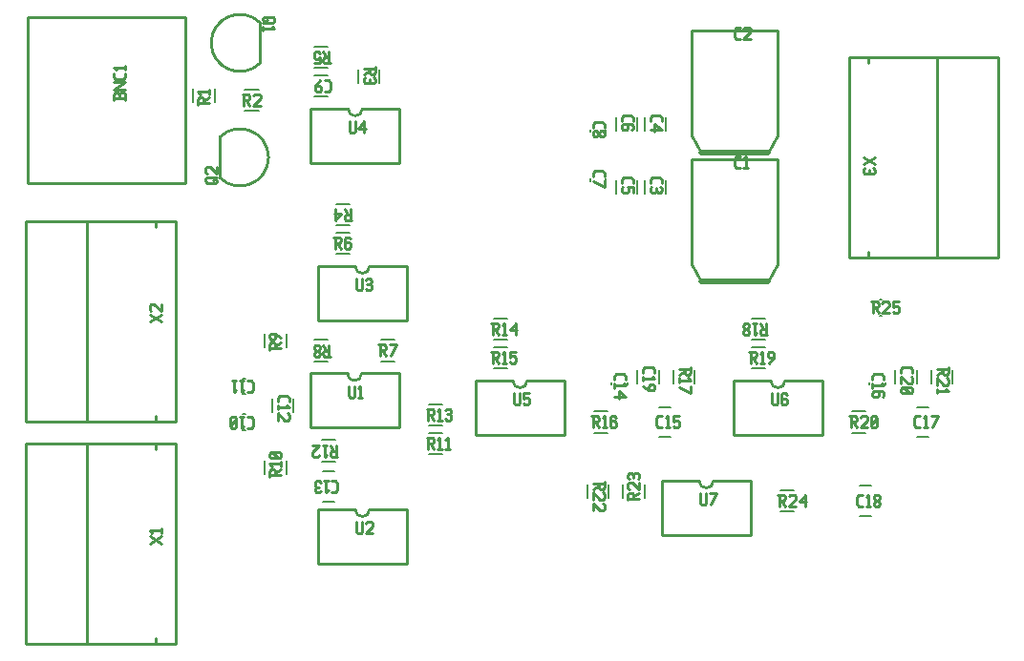
<source format=gbr>
G04 start of page 10 for group -4079 idx -4079 *
G04 Title: (unknown), topsilk *
G04 Creator: pcb 1.99z *
G04 CreationDate: Tue 15 Oct 2013 04:12:06 PM GMT UTC *
G04 For: commonadmin *
G04 Format: Gerber/RS-274X *
G04 PCB-Dimensions: 600000 500000 *
G04 PCB-Coordinate-Origin: lower left *
%MOIN*%
%FSLAX25Y25*%
%LNTOPSILK*%
%ADD76C,0.0200*%
%ADD75C,0.0100*%
%ADD74C,0.0080*%
G54D74*X194233Y136240D02*X198957D01*
X194233Y128760D02*X198957D01*
G54D75*X172250Y162000D02*Y143000D01*
X203250D01*
Y162000D01*
X172250D02*X185250D01*
X203250D02*X190250D01*
X185250D02*G75*G03X190250Y162000I2500J0D01*G01*
G54D74*X178543Y173740D02*X183267D01*
X178543Y166260D02*X183267D01*
G54D75*X92500Y177500D02*X122500D01*
X92500Y107500D02*X122500D01*
X91600Y177500D02*Y107500D01*
X115600Y177500D02*Y175500D01*
Y109500D02*Y107500D01*
X122500Y177500D02*Y107500D01*
X70300D02*X92600D01*
X70300Y177500D02*X92600D01*
X70300D02*Y107500D01*
X71000Y191000D02*X126000D01*
X71000Y249000D02*Y191000D01*
Y249000D02*X126000D01*
Y191000D01*
G54D74*X153760Y138267D02*Y133543D01*
X161240Y138267D02*Y133543D01*
X178543Y176260D02*X183267D01*
X178543Y183740D02*X183267D01*
X171043Y221260D02*X175767D01*
X171043Y228740D02*X175767D01*
X171043Y231260D02*X175767D01*
X171043Y238740D02*X175767D01*
G54D75*X169750Y217000D02*Y198000D01*
X200750D01*
Y217000D01*
X169750D02*X182750D01*
X200750D02*X187750D01*
X182750D02*G75*G03X187750Y217000I2500J0D01*G01*
G54D74*X193740Y230767D02*Y226043D01*
X186260Y230767D02*Y226043D01*
X146733Y223740D02*X151457D01*
X146733Y216260D02*X151457D01*
X128760Y223957D02*Y219233D01*
X136240Y223957D02*Y219233D01*
G54D75*X138000Y207000D02*Y193000D01*
X137929Y192929D02*G75*G03X137929Y207071I7071J7071D01*G01*
X152000Y247000D02*Y233000D01*
X152071Y247071D02*G75*G03X152071Y232929I-7071J-7071D01*G01*
G54D74*X163740Y115767D02*Y111043D01*
X156260Y115767D02*Y111043D01*
X171043Y128760D02*X175767D01*
X171043Y136240D02*X175767D01*
X146064Y117245D02*X146850D01*
X146064Y122755D02*X146850D01*
X146064Y104745D02*X146850D01*
X146064Y110255D02*X146850D01*
G54D75*X169500Y124500D02*Y105500D01*
X200500D01*
Y124500D01*
X169500D02*X182500D01*
X200500D02*X187500D01*
X182500D02*G75*G03X187500Y124500I2500J0D01*G01*
X92500Y100000D02*X122500D01*
X92500Y30000D02*X122500D01*
X91600Y100000D02*Y30000D01*
X115600Y100000D02*Y98000D01*
Y32000D02*Y30000D01*
X122500Y100000D02*Y30000D01*
X70300D02*X92600D01*
X70300Y100000D02*X92600D01*
X70300D02*Y30000D01*
G54D74*X153760Y93957D02*Y89233D01*
X161240Y93957D02*Y89233D01*
G54D75*X172250Y77000D02*Y58000D01*
X203250D01*
Y77000D01*
X172250D02*X185250D01*
X203250D02*X190250D01*
X185250D02*G75*G03X190250Y77000I2500J0D01*G01*
G54D74*X173543Y93760D02*X178267D01*
X173543Y101240D02*X178267D01*
X173937Y79686D02*X177873D01*
X173937Y90314D02*X177873D01*
X211043Y103740D02*X215767D01*
X211043Y96260D02*X215767D01*
X211043Y113740D02*X215767D01*
X211043Y106260D02*X215767D01*
G54D75*X227250Y122000D02*Y103000D01*
X258250D01*
Y122000D01*
X227250D02*X240250D01*
X258250D02*X245250D01*
X240250D02*G75*G03X245250Y122000I2500J0D01*G01*
G54D74*X233543Y143740D02*X238267D01*
X233543Y136260D02*X238267D01*
X233543Y133740D02*X238267D01*
X233543Y126260D02*X238267D01*
X273740Y85767D02*Y81043D01*
X266260Y85767D02*Y81043D01*
X278760Y85767D02*Y81043D01*
X286240Y85767D02*Y81043D01*
X291437Y112814D02*X295373D01*
X291437Y102186D02*X295373D01*
X291240Y125767D02*Y121043D01*
X283760Y125767D02*Y121043D01*
G54D75*X292250Y87000D02*Y68000D01*
X323250D01*
Y87000D01*
X292250D02*X305250D01*
X323250D02*X310250D01*
X305250D02*G75*G03X310250Y87000I2500J0D01*G01*
G54D74*X333543Y83740D02*X338267D01*
X333543Y76260D02*X338267D01*
X361437Y85314D02*X365373D01*
X361437Y74686D02*X365373D01*
X268543Y111240D02*X273267D01*
X268543Y103760D02*X273267D01*
X323543Y133740D02*X328267D01*
X323543Y126260D02*X328267D01*
X323543Y136260D02*X328267D01*
X323543Y143740D02*X328267D01*
X280255Y121436D02*Y120650D01*
X274745Y121436D02*Y120650D01*
X303740Y125767D02*Y121043D01*
X296260Y125767D02*Y121043D01*
G54D75*X317250Y122000D02*Y103000D01*
X348250D01*
Y122000D01*
X317250D02*X330250D01*
X348250D02*X335250D01*
X330250D02*G75*G03X335250Y122000I2500J0D01*G01*
G54D74*X358543Y111240D02*X363267D01*
X358543Y103760D02*X363267D01*
X370255Y121436D02*Y120650D01*
X364745Y121436D02*Y120650D01*
X393740Y125767D02*Y121043D01*
X386260Y125767D02*Y121043D01*
X381437Y112814D02*X385373D01*
X381437Y102186D02*X385373D01*
X368150Y150255D02*X368936D01*
X368150Y144745D02*X368936D01*
X381240Y125767D02*Y121043D01*
X373760Y125767D02*Y121043D01*
G54D75*X357500Y165000D02*X387500D01*
X357500Y235000D02*X387500D01*
X388400D02*Y165000D01*
X364400Y167000D02*Y165000D01*
Y235000D02*Y233000D01*
X357500Y235000D02*Y165000D01*
X387400Y235000D02*X409700D01*
X387400Y165000D02*X409700D01*
Y235000D02*Y165000D01*
G54D76*X305800Y201600D02*X329200D01*
G54D75*X332500Y207700D01*
Y244400D02*Y207700D01*
X302500Y244400D02*X332500D01*
X302500D02*Y207700D01*
X305800Y201600D01*
G54D74*X293740Y213957D02*Y209233D01*
X286260Y213957D02*Y209233D01*
G54D76*X305800Y156600D02*X329200D01*
G54D75*X332500Y162700D01*
Y199400D02*Y162700D01*
X302500Y199400D02*X332500D01*
X302500D02*Y162700D01*
X305800Y156600D01*
G54D74*X283740Y213957D02*Y209233D01*
X276260Y213957D02*Y209233D01*
X272755Y209626D02*Y208840D01*
X267245Y209626D02*Y208840D01*
X293740Y192147D02*Y187423D01*
X286260Y192147D02*Y187423D01*
X283740Y192147D02*Y187423D01*
X276260Y192147D02*Y187423D01*
X272755Y192540D02*Y191754D01*
X267245Y192540D02*Y191754D01*
G54D75*X177755Y172150D02*X179755D01*
X180255Y171650D01*
Y170650D01*
X179755Y170150D02*X180255Y170650D01*
X178255Y170150D02*X179755D01*
X178255Y172150D02*Y168150D01*
X179055Y170150D02*X180255Y168150D01*
X182955Y172150D02*X183455Y171650D01*
X181955Y172150D02*X182955D01*
X181455Y171650D02*X181955Y172150D01*
X181455Y171650D02*Y168650D01*
X181955Y168150D01*
X182955Y170350D02*X183455Y169850D01*
X181455Y170350D02*X182955D01*
X181955Y168150D02*X182955D01*
X183455Y168650D01*
Y169850D02*Y168650D01*
X183250Y212500D02*Y209000D01*
X183750Y208500D01*
X184750D01*
X185250Y209000D01*
Y212500D02*Y209000D01*
X186450Y210000D02*X188450Y212500D01*
X186450Y210000D02*X188950D01*
X188450Y212500D02*Y208500D01*
X174555Y226850D02*X175855D01*
X176555Y226150D02*X175855Y226850D01*
X176555Y226150D02*Y223550D01*
X175855Y222850D01*
X174555D02*X175855D01*
X172855Y226850D02*X171355Y224850D01*
Y223350D01*
X171855Y222850D02*X171355Y223350D01*
X171855Y222850D02*X172855D01*
X173355Y223350D02*X172855Y222850D01*
X173355Y224350D02*Y223350D01*
Y224350D02*X172855Y224850D01*
X171355D02*X172855D01*
X174555Y232850D02*X176555D01*
X174555D02*X174055Y233350D01*
Y234350D02*Y233350D01*
X174555Y234850D02*X174055Y234350D01*
X174555Y234850D02*X176055D01*
Y236850D02*Y232850D01*
X175255Y234850D02*X174055Y236850D01*
X170855Y232850D02*X172855D01*
Y234850D02*Y232850D01*
Y234850D02*X172355Y234350D01*
X171355D02*X172355D01*
X171355D02*X170855Y234850D01*
Y236350D02*Y234850D01*
X171355Y236850D02*X170855Y236350D01*
X171355Y236850D02*X172355D01*
X172855Y236350D02*X172355Y236850D01*
X192150Y231555D02*Y229555D01*
X191650Y229055D01*
X190650D02*X191650D01*
X190150Y229555D02*X190650Y229055D01*
X190150Y231055D02*Y229555D01*
X188150Y231055D02*X192150D01*
X190150Y230255D02*X188150Y229055D01*
X191650Y227855D02*X192150Y227355D01*
Y226355D01*
X191650Y225855D01*
X188150Y226355D02*X188650Y225855D01*
X188150Y227355D02*Y226355D01*
X188650Y227855D02*X188150Y227355D01*
X190350D02*Y226355D01*
X190850Y225855D02*X191650D01*
X188650D02*X189850D01*
X190350Y226355D01*
X190850Y225855D02*X190350Y226355D01*
X145945Y222150D02*X147945D01*
X148445Y221650D01*
Y220650D01*
X147945Y220150D02*X148445Y220650D01*
X146445Y220150D02*X147945D01*
X146445Y222150D02*Y218150D01*
X147245Y220150D02*X148445Y218150D01*
X149645Y221650D02*X150145Y222150D01*
X151645D01*
X152145Y221650D01*
Y220650D01*
X149645Y218150D02*X152145Y220650D01*
X149645Y218150D02*X152145D01*
X153500Y249000D02*X156500D01*
X157000Y248500D01*
Y247500D01*
X156500Y247000D01*
X154000D02*X156500D01*
X153000Y248000D02*X154000Y247000D01*
X153000Y248500D02*Y248000D01*
X153500Y249000D02*X153000Y248500D01*
X154500Y248000D02*X153000Y247000D01*
X156200Y245800D02*X157000Y245000D01*
X153000D02*X157000D01*
X153000Y245800D02*Y244300D01*
X130350Y220445D02*Y218445D01*
Y220445D02*X130850Y220945D01*
X131850D01*
X132350Y220445D02*X131850Y220945D01*
X132350Y220445D02*Y218945D01*
X130350D02*X134350D01*
X132350Y219745D02*X134350Y220945D01*
X131150Y222145D02*X130350Y222945D01*
X134350D01*
Y223645D02*Y222145D01*
X105000Y222000D02*Y220000D01*
Y222000D02*X104500Y222500D01*
X103300D02*X104500D01*
X102800Y222000D02*X103300Y222500D01*
X102800Y222000D02*Y220500D01*
X101000D02*X105000D01*
X101000Y222000D02*Y220000D01*
Y222000D02*X101500Y222500D01*
X102300D01*
X102800Y222000D02*X102300Y222500D01*
X101000Y223700D02*X105000D01*
X101000D02*X105000Y226200D01*
X101000D02*X105000D01*
Y229400D02*Y228100D01*
X104300Y227400D02*X105000Y228100D01*
X101700Y227400D02*X104300D01*
X101700D02*X101000Y228100D01*
Y229400D02*Y228100D01*
X101800Y230600D02*X101000Y231400D01*
X105000D01*
Y232100D02*Y230600D01*
X133500Y191000D02*X136500D01*
X133500D02*X133000Y191500D01*
Y192500D02*Y191500D01*
Y192500D02*X133500Y193000D01*
X136000D01*
X137000Y192000D02*X136000Y193000D01*
X137000Y192000D02*Y191500D01*
X136500Y191000D02*X137000Y191500D01*
X135500Y192000D02*X137000Y193000D01*
X133500Y194200D02*X133000Y194700D01*
Y196200D02*Y194700D01*
Y196200D02*X133500Y196700D01*
X134500D01*
X137000Y194200D02*X134500Y196700D01*
X137000D02*Y194200D01*
X193445Y134650D02*X195445D01*
X195945Y134150D01*
Y133150D01*
X195445Y132650D02*X195945Y133150D01*
X193945Y132650D02*X195445D01*
X193945Y134650D02*Y130650D01*
X194745Y132650D02*X195945Y130650D01*
X197645D02*X199645Y134650D01*
X197145D02*X199645D01*
X185750Y157500D02*Y154000D01*
X186250Y153500D01*
X187250D01*
X187750Y154000D01*
Y157500D02*Y154000D01*
X188950Y157000D02*X189450Y157500D01*
X190450D01*
X190950Y157000D01*
X190450Y153500D02*X190950Y154000D01*
X189450Y153500D02*X190450D01*
X188950Y154000D02*X189450Y153500D01*
Y155700D02*X190450D01*
X190950Y157000D02*Y156200D01*
Y155200D02*Y154000D01*
Y155200D02*X190450Y155700D01*
X190950Y156200D02*X190450Y155700D01*
X182055Y177850D02*X184055D01*
X182055D02*X181555Y178350D01*
Y179350D02*Y178350D01*
X182055Y179850D02*X181555Y179350D01*
X182055Y179850D02*X183555D01*
Y181850D02*Y177850D01*
X182755Y179850D02*X181555Y181850D01*
X180355Y180350D02*X178355Y177850D01*
X177855Y180350D02*X180355D01*
X178355Y181850D02*Y177850D01*
X158150Y115855D02*Y114555D01*
X158850Y116555D02*X158150Y115855D01*
X158850Y116555D02*X161450D01*
X162150Y115855D01*
Y114555D01*
X161350Y113355D02*X162150Y112555D01*
X158150D02*X162150D01*
X158150Y113355D02*Y111855D01*
X161650Y110655D02*X162150Y110155D01*
Y108655D01*
X161650Y108155D01*
X160650D02*X161650D01*
X158150Y110655D02*X160650Y108155D01*
X158150Y110655D02*Y108155D01*
X174555Y130350D02*X176555D01*
X174555D02*X174055Y130850D01*
Y131850D02*Y130850D01*
X174555Y132350D02*X174055Y131850D01*
X174555Y132350D02*X176055D01*
Y134350D02*Y130350D01*
X175255Y132350D02*X174055Y134350D01*
X172855Y133850D02*X172355Y134350D01*
X172855Y133850D02*Y133050D01*
X172155Y132350D01*
X171555D02*X172155D01*
X171555D02*X170855Y133050D01*
Y133850D02*Y133050D01*
X171355Y134350D02*X170855Y133850D01*
X171355Y134350D02*X172355D01*
X172855Y131650D02*X172155Y132350D01*
X172855Y131650D02*Y130850D01*
X172355Y130350D01*
X171355D02*X172355D01*
X171355D02*X170855Y130850D01*
Y131650D02*Y130850D01*
X171555Y132350D02*X170855Y131650D01*
X147607Y121850D02*X148907D01*
X149607Y121150D02*X148907Y121850D01*
X149607Y121150D02*Y118550D01*
X148907Y117850D01*
X147607D02*X148907D01*
X146407Y118650D02*X145607Y117850D01*
Y121850D02*Y117850D01*
X144907Y121850D02*X146407D01*
X143707Y118650D02*X142907Y117850D01*
Y121850D02*Y117850D01*
X142207Y121850D02*X143707D01*
X147607Y109350D02*X148907D01*
X149607Y108650D02*X148907Y109350D01*
X149607Y108650D02*Y106050D01*
X148907Y105350D01*
X147607D02*X148907D01*
X146407Y106150D02*X145607Y105350D01*
Y109350D02*Y105350D01*
X144907Y109350D02*X146407D01*
X143707Y108850D02*X143207Y109350D01*
X143707Y108850D02*Y105850D01*
X143207Y105350D01*
X142207D02*X143207D01*
X142207D02*X141707Y105850D01*
Y108850D02*Y105850D01*
X142207Y109350D02*X141707Y108850D01*
X142207Y109350D02*X143207D01*
X143707Y108350D02*X141707Y106350D01*
X183000Y120000D02*Y116500D01*
X183500Y116000D01*
X184500D01*
X185000Y116500D01*
Y120000D02*Y116500D01*
X186200Y119200D02*X187000Y120000D01*
Y116000D01*
X186200D02*X187700D01*
X117500Y142500D02*X113500Y145000D01*
Y142500D02*X117500Y145000D01*
X114000Y146200D02*X113500Y146700D01*
Y148200D02*Y146700D01*
Y148200D02*X114000Y148700D01*
X115000D01*
X117500Y146200D02*X115000Y148700D01*
X117500D02*Y146200D01*
Y65000D02*X113500Y67500D01*
Y65000D02*X117500Y67500D01*
X114300Y68700D02*X113500Y69500D01*
X117500D01*
Y70200D02*Y68700D01*
X185750Y72500D02*Y69000D01*
X186250Y68500D01*
X187250D01*
X187750Y69000D01*
Y72500D02*Y69000D01*
X188950Y72000D02*X189450Y72500D01*
X190950D01*
X191450Y72000D01*
Y71000D01*
X188950Y68500D02*X191450Y71000D01*
X188950Y68500D02*X191450D01*
X155350Y134755D02*Y132755D01*
Y134755D02*X155850Y135255D01*
X156850D01*
X157350Y134755D02*X156850Y135255D01*
X157350Y134755D02*Y133255D01*
X155350D02*X159350D01*
X157350Y134055D02*X159350Y135255D01*
Y136955D02*X157350Y138455D01*
X155850D02*X157350D01*
X155350Y137955D02*X155850Y138455D01*
X155350Y137955D02*Y136955D01*
X155850Y136455D02*X155350Y136955D01*
X155850Y136455D02*X156850D01*
X157350Y136955D01*
Y138455D02*Y136955D01*
X155350Y90445D02*Y88445D01*
Y90445D02*X155850Y90945D01*
X156850D01*
X157350Y90445D02*X156850Y90945D01*
X157350Y90445D02*Y88945D01*
X155350D02*X159350D01*
X157350Y89745D02*X159350Y90945D01*
X156150Y92145D02*X155350Y92945D01*
X159350D01*
Y93645D02*Y92145D01*
X158850Y94845D02*X159350Y95345D01*
X155850Y94845D02*X158850D01*
X155850D02*X155350Y95345D01*
Y96345D02*Y95345D01*
Y96345D02*X155850Y96845D01*
X158850D01*
X159350Y96345D02*X158850Y96845D01*
X159350Y96345D02*Y95345D01*
X158350Y94845D02*X156350Y96845D01*
X177055Y95350D02*X179055D01*
X177055D02*X176555Y95850D01*
Y96850D02*Y95850D01*
X177055Y97350D02*X176555Y96850D01*
X177055Y97350D02*X178555D01*
Y99350D02*Y95350D01*
X177755Y97350D02*X176555Y99350D01*
X175355Y96150D02*X174555Y95350D01*
Y99350D02*Y95350D01*
X173855Y99350D02*X175355D01*
X172655Y95850D02*X172155Y95350D01*
X170655D02*X172155D01*
X170655D02*X170155Y95850D01*
Y96850D02*Y95850D01*
X172655Y99350D02*X170155Y96850D01*
Y99350D02*X172655D01*
X177055Y86850D02*X178355D01*
X179055Y86150D02*X178355Y86850D01*
X179055Y86150D02*Y83550D01*
X178355Y82850D01*
X177055D02*X178355D01*
X175855Y83650D02*X175055Y82850D01*
Y86850D02*Y82850D01*
X174355Y86850D02*X175855D01*
X173155Y83350D02*X172655Y82850D01*
X171655D02*X172655D01*
X171655D02*X171155Y83350D01*
X171655Y86850D02*X171155Y86350D01*
X171655Y86850D02*X172655D01*
X173155Y86350D02*X172655Y86850D01*
X171655Y84650D02*X172655D01*
X171155Y84150D02*Y83350D01*
Y86350D02*Y85150D01*
X171655Y84650D01*
X171155Y84150D02*X171655Y84650D01*
X210255Y102150D02*X212255D01*
X212755Y101650D01*
Y100650D01*
X212255Y100150D02*X212755Y100650D01*
X210755Y100150D02*X212255D01*
X210755Y102150D02*Y98150D01*
X211555Y100150D02*X212755Y98150D01*
X213955Y101350D02*X214755Y102150D01*
Y98150D01*
X213955D02*X215455D01*
X216655Y101350D02*X217455Y102150D01*
Y98150D01*
X216655D02*X218155D01*
X210255Y112150D02*X212255D01*
X212755Y111650D01*
Y110650D01*
X212255Y110150D02*X212755Y110650D01*
X210755Y110150D02*X212255D01*
X210755Y112150D02*Y108150D01*
X211555Y110150D02*X212755Y108150D01*
X213955Y111350D02*X214755Y112150D01*
Y108150D01*
X213955D02*X215455D01*
X216655Y111650D02*X217155Y112150D01*
X218155D01*
X218655Y111650D01*
X218155Y108150D02*X218655Y108650D01*
X217155Y108150D02*X218155D01*
X216655Y108650D02*X217155Y108150D01*
Y110350D02*X218155D01*
X218655Y111650D02*Y110850D01*
Y109850D02*Y108650D01*
Y109850D02*X218155Y110350D01*
X218655Y110850D02*X218155Y110350D01*
X240750Y117500D02*Y114000D01*
X241250Y113500D01*
X242250D01*
X242750Y114000D01*
Y117500D02*Y114000D01*
X243950Y117500D02*X245950D01*
X243950D02*Y115500D01*
X244450Y116000D01*
X245450D01*
X245950Y115500D01*
Y114000D01*
X245450Y113500D02*X245950Y114000D01*
X244450Y113500D02*X245450D01*
X243950Y114000D02*X244450Y113500D01*
X232755Y142150D02*X234755D01*
X235255Y141650D01*
Y140650D01*
X234755Y140150D02*X235255Y140650D01*
X233255Y140150D02*X234755D01*
X233255Y142150D02*Y138150D01*
X234055Y140150D02*X235255Y138150D01*
X236455Y141350D02*X237255Y142150D01*
Y138150D01*
X236455D02*X237955D01*
X239155Y139650D02*X241155Y142150D01*
X239155Y139650D02*X241655D01*
X241155Y142150D02*Y138150D01*
X232755Y132150D02*X234755D01*
X235255Y131650D01*
Y130650D01*
X234755Y130150D02*X235255Y130650D01*
X233255Y130150D02*X234755D01*
X233255Y132150D02*Y128150D01*
X234055Y130150D02*X235255Y128150D01*
X236455Y131350D02*X237255Y132150D01*
Y128150D01*
X236455D02*X237955D01*
X239155Y132150D02*X241155D01*
X239155D02*Y130150D01*
X239655Y130650D01*
X240655D01*
X241155Y130150D01*
Y128650D01*
X240655Y128150D02*X241155Y128650D01*
X239655Y128150D02*X240655D01*
X239155Y128650D02*X239655Y128150D01*
X267755Y109650D02*X269755D01*
X270255Y109150D01*
Y108150D01*
X269755Y107650D02*X270255Y108150D01*
X268255Y107650D02*X269755D01*
X268255Y109650D02*Y105650D01*
X269055Y107650D02*X270255Y105650D01*
X271455Y108850D02*X272255Y109650D01*
Y105650D01*
X271455D02*X272955D01*
X275655Y109650D02*X276155Y109150D01*
X274655Y109650D02*X275655D01*
X274155Y109150D02*X274655Y109650D01*
X274155Y109150D02*Y106150D01*
X274655Y105650D01*
X275655Y107850D02*X276155Y107350D01*
X274155Y107850D02*X275655D01*
X274655Y105650D02*X275655D01*
X276155Y106150D01*
Y107350D02*Y106150D01*
X322755Y132150D02*X324755D01*
X325255Y131650D01*
Y130650D01*
X324755Y130150D02*X325255Y130650D01*
X323255Y130150D02*X324755D01*
X323255Y132150D02*Y128150D01*
X324055Y130150D02*X325255Y128150D01*
X326455Y131350D02*X327255Y132150D01*
Y128150D01*
X326455D02*X327955D01*
X329655D02*X331155Y130150D01*
Y131650D02*Y130150D01*
X330655Y132150D02*X331155Y131650D01*
X329655Y132150D02*X330655D01*
X329155Y131650D02*X329655Y132150D01*
X329155Y131650D02*Y130650D01*
X329655Y130150D01*
X331155D01*
X275650Y123493D02*Y122193D01*
X276350Y124193D02*X275650Y123493D01*
X276350Y124193D02*X278950D01*
X279650Y123493D01*
Y122193D01*
X278850Y120993D02*X279650Y120193D01*
X275650D02*X279650D01*
X275650Y120993D02*Y119493D01*
X277150Y118293D02*X279650Y116293D01*
X277150Y118293D02*Y115793D01*
X275650Y116293D02*X279650D01*
X302150Y126555D02*Y124555D01*
X301650Y124055D01*
X300650D02*X301650D01*
X300150Y124555D02*X300650Y124055D01*
X300150Y126055D02*Y124555D01*
X298150Y126055D02*X302150D01*
X300150Y125255D02*X298150Y124055D01*
X301350Y122855D02*X302150Y122055D01*
X298150D02*X302150D01*
X298150Y122855D02*Y121355D01*
Y119655D02*X302150Y117655D01*
Y120155D02*Y117655D01*
X290955Y105650D02*X292255D01*
X290255Y106350D02*X290955Y105650D01*
X290255Y108950D02*Y106350D01*
Y108950D02*X290955Y109650D01*
X292255D01*
X293455Y108850D02*X294255Y109650D01*
Y105650D01*
X293455D02*X294955D01*
X296155Y109650D02*X298155D01*
X296155D02*Y107650D01*
X296655Y108150D01*
X297655D01*
X298155Y107650D01*
Y106150D01*
X297655Y105650D02*X298155Y106150D01*
X296655Y105650D02*X297655D01*
X296155Y106150D02*X296655Y105650D01*
X285650Y125855D02*Y124555D01*
X286350Y126555D02*X285650Y125855D01*
X286350Y126555D02*X288950D01*
X289650Y125855D01*
Y124555D01*
X288850Y123355D02*X289650Y122555D01*
X285650D02*X289650D01*
X285650Y123355D02*Y121855D01*
Y120155D02*X287650Y118655D01*
X289150D01*
X289650Y119155D02*X289150Y118655D01*
X289650Y120155D02*Y119155D01*
X289150Y120655D02*X289650Y120155D01*
X288150Y120655D02*X289150D01*
X288150D02*X287650Y120155D01*
Y118655D01*
X330750Y117500D02*Y114000D01*
X331250Y113500D01*
X332250D01*
X332750Y114000D01*
Y117500D02*Y114000D01*
X335450Y117500D02*X335950Y117000D01*
X334450Y117500D02*X335450D01*
X333950Y117000D02*X334450Y117500D01*
X333950Y117000D02*Y114000D01*
X334450Y113500D01*
X335450Y115700D02*X335950Y115200D01*
X333950Y115700D02*X335450D01*
X334450Y113500D02*X335450D01*
X335950Y114000D01*
Y115200D02*Y114000D01*
X392150Y126555D02*Y124555D01*
X391650Y124055D01*
X390650D02*X391650D01*
X390150Y124555D02*X390650Y124055D01*
X390150Y126055D02*Y124555D01*
X388150Y126055D02*X392150D01*
X390150Y125255D02*X388150Y124055D01*
X391650Y122855D02*X392150Y122355D01*
Y120855D01*
X391650Y120355D01*
X390650D02*X391650D01*
X388150Y122855D02*X390650Y120355D01*
X388150Y122855D02*Y120355D01*
X391350Y119155D02*X392150Y118355D01*
X388150D02*X392150D01*
X388150Y119155D02*Y117655D01*
X380955Y105650D02*X382255D01*
X380255Y106350D02*X380955Y105650D01*
X380255Y108950D02*Y106350D01*
Y108950D02*X380955Y109650D01*
X382255D01*
X383455Y108850D02*X384255Y109650D01*
Y105650D01*
X383455D02*X384955D01*
X386655D02*X388655Y109650D01*
X386155D02*X388655D01*
X375650Y125855D02*Y124555D01*
X376350Y126555D02*X375650Y125855D01*
X376350Y126555D02*X378950D01*
X379650Y125855D01*
Y124555D01*
X379150Y123355D02*X379650Y122855D01*
Y121355D01*
X379150Y120855D01*
X378150D02*X379150D01*
X375650Y123355D02*X378150Y120855D01*
X375650Y123355D02*Y120855D01*
X376150Y119655D02*X375650Y119155D01*
X376150Y119655D02*X379150D01*
X379650Y119155D01*
Y118155D01*
X379150Y117655D01*
X376150D02*X379150D01*
X375650Y118155D02*X376150Y117655D01*
X375650Y119155D02*Y118155D01*
X376650Y119655D02*X378650Y117655D01*
X327055Y137850D02*X329055D01*
X327055D02*X326555Y138350D01*
Y139350D02*Y138350D01*
X327055Y139850D02*X326555Y139350D01*
X327055Y139850D02*X328555D01*
Y141850D02*Y137850D01*
X327755Y139850D02*X326555Y141850D01*
X325355Y138650D02*X324555Y137850D01*
Y141850D02*Y137850D01*
X323855Y141850D02*X325355D01*
X322655Y141350D02*X322155Y141850D01*
X322655Y141350D02*Y140550D01*
X321955Y139850D01*
X321355D02*X321955D01*
X321355D02*X320655Y140550D01*
Y141350D02*Y140550D01*
X321155Y141850D02*X320655Y141350D01*
X321155Y141850D02*X322155D01*
X322655Y139150D02*X321955Y139850D01*
X322655Y139150D02*Y138350D01*
X322155Y137850D01*
X321155D02*X322155D01*
X321155D02*X320655Y138350D01*
Y139150D02*Y138350D01*
X321355Y139850D02*X320655Y139150D01*
X318200Y241400D02*X319500D01*
X317500Y242100D02*X318200Y241400D01*
X317500Y244700D02*Y242100D01*
Y244700D02*X318200Y245400D01*
X319500D01*
X320700Y244900D02*X321200Y245400D01*
X322700D01*
X323200Y244900D01*
Y243900D01*
X320700Y241400D02*X323200Y243900D01*
X320700Y241400D02*X323200D01*
X318200Y196400D02*X319500D01*
X317500Y197100D02*X318200Y196400D01*
X317500Y199700D02*Y197100D01*
Y199700D02*X318200Y200400D01*
X319500D01*
X320700Y199600D02*X321500Y200400D01*
Y196400D01*
X320700D02*X322200D01*
X357755Y109650D02*X359755D01*
X360255Y109150D01*
Y108150D01*
X359755Y107650D02*X360255Y108150D01*
X358255Y107650D02*X359755D01*
X358255Y109650D02*Y105650D01*
X359055Y107650D02*X360255Y105650D01*
X361455Y109150D02*X361955Y109650D01*
X363455D01*
X363955Y109150D01*
Y108150D01*
X361455Y105650D02*X363955Y108150D01*
X361455Y105650D02*X363955D01*
X365155Y106150D02*X365655Y105650D01*
X365155Y109150D02*Y106150D01*
Y109150D02*X365655Y109650D01*
X366655D01*
X367155Y109150D01*
Y106150D01*
X366655Y105650D02*X367155Y106150D01*
X365655Y105650D02*X366655D01*
X365155Y106650D02*X367155Y108650D01*
X360955Y78150D02*X362255D01*
X360255Y78850D02*X360955Y78150D01*
X360255Y81450D02*Y78850D01*
Y81450D02*X360955Y82150D01*
X362255D01*
X363455Y81350D02*X364255Y82150D01*
Y78150D01*
X363455D02*X364955D01*
X366155Y78650D02*X366655Y78150D01*
X366155Y79450D02*Y78650D01*
Y79450D02*X366855Y80150D01*
X367455D01*
X368155Y79450D01*
Y78650D01*
X367655Y78150D02*X368155Y78650D01*
X366655Y78150D02*X367655D01*
X366155Y80850D02*X366855Y80150D01*
X366155Y81650D02*Y80850D01*
Y81650D02*X366655Y82150D01*
X367655D01*
X368155Y81650D01*
Y80850D01*
X367455Y80150D02*X368155Y80850D01*
X362500Y200000D02*X366500Y197500D01*
Y200000D02*X362500Y197500D01*
X366000Y196300D02*X366500Y195800D01*
Y194800D01*
X366000Y194300D01*
X362500Y194800D02*X363000Y194300D01*
X362500Y195800D02*Y194800D01*
X363000Y196300D02*X362500Y195800D01*
X364700D02*Y194800D01*
X365200Y194300D02*X366000D01*
X363000D02*X364200D01*
X364700Y194800D01*
X365200Y194300D02*X364700Y194800D01*
X288150Y214045D02*Y212745D01*
X288850Y214745D02*X288150Y214045D01*
X288850Y214745D02*X291450D01*
X292150Y214045D01*
Y212745D01*
X289650Y211545D02*X292150Y209545D01*
X289650Y211545D02*Y209045D01*
X288150Y209545D02*X292150D01*
X278150Y214045D02*Y212745D01*
X278850Y214745D02*X278150Y214045D01*
X278850Y214745D02*X281450D01*
X282150Y214045D01*
Y212745D01*
Y210045D02*X281650Y209545D01*
X282150Y211045D02*Y210045D01*
X281650Y211545D02*X282150Y211045D01*
X278650Y211545D02*X281650D01*
X278650D02*X278150Y211045D01*
X280350Y210045D02*X279850Y209545D01*
X280350Y211545D02*Y210045D01*
X278150Y211045D02*Y210045D01*
X278650Y209545D01*
X279850D01*
X268150Y211683D02*Y210383D01*
X268850Y212383D02*X268150Y211683D01*
X268850Y212383D02*X271450D01*
X272150Y211683D01*
Y210383D01*
X268650Y209183D02*X268150Y208683D01*
X268650Y209183D02*X269450D01*
X270150Y208483D01*
Y207883D01*
X269450Y207183D01*
X268650D02*X269450D01*
X268150Y207683D02*X268650Y207183D01*
X268150Y208683D02*Y207683D01*
X270850Y209183D02*X270150Y208483D01*
X270850Y209183D02*X271650D01*
X272150Y208683D01*
Y207683D01*
X271650Y207183D01*
X270850D02*X271650D01*
X270150Y207883D02*X270850Y207183D01*
X288150Y192235D02*Y190935D01*
X288850Y192935D02*X288150Y192235D01*
X288850Y192935D02*X291450D01*
X292150Y192235D01*
Y190935D01*
X291650Y189735D02*X292150Y189235D01*
Y188235D01*
X291650Y187735D01*
X288150Y188235D02*X288650Y187735D01*
X288150Y189235D02*Y188235D01*
X288650Y189735D02*X288150Y189235D01*
X290350D02*Y188235D01*
X290850Y187735D02*X291650D01*
X288650D02*X289850D01*
X290350Y188235D01*
X290850Y187735D02*X290350Y188235D01*
X278150Y192235D02*Y190935D01*
X278850Y192935D02*X278150Y192235D01*
X278850Y192935D02*X281450D01*
X282150Y192235D01*
Y190935D01*
Y189735D02*Y187735D01*
X280150Y189735D02*X282150D01*
X280150D02*X280650Y189235D01*
Y188235D01*
X280150Y187735D01*
X278650D02*X280150D01*
X278150Y188235D02*X278650Y187735D01*
X278150Y189235D02*Y188235D01*
X278650Y189735D02*X278150Y189235D01*
X268150Y194597D02*Y193297D01*
X268850Y195297D02*X268150Y194597D01*
X268850Y195297D02*X271450D01*
X272150Y194597D01*
Y193297D01*
X268150Y191597D02*X272150Y189597D01*
Y192097D02*Y189597D01*
X365650Y123493D02*Y122193D01*
X366350Y124193D02*X365650Y123493D01*
X366350Y124193D02*X368950D01*
X369650Y123493D01*
Y122193D01*
X368850Y120993D02*X369650Y120193D01*
X365650D02*X369650D01*
X365650Y120993D02*Y119493D01*
X369650Y116793D02*X369150Y116293D01*
X369650Y117793D02*Y116793D01*
X369150Y118293D02*X369650Y117793D01*
X366150Y118293D02*X369150D01*
X366150D02*X365650Y117793D01*
X367850Y116793D02*X367350Y116293D01*
X367850Y118293D02*Y116793D01*
X365650Y117793D02*Y116793D01*
X366150Y116293D01*
X367350D01*
X365393Y149650D02*X367393D01*
X367893Y149150D01*
Y148150D01*
X367393Y147650D02*X367893Y148150D01*
X365893Y147650D02*X367393D01*
X365893Y149650D02*Y145650D01*
X366693Y147650D02*X367893Y145650D01*
X369093Y149150D02*X369593Y149650D01*
X371093D01*
X371593Y149150D01*
Y148150D01*
X369093Y145650D02*X371593Y148150D01*
X369093Y145650D02*X371593D01*
X372793Y149650D02*X374793D01*
X372793D02*Y147650D01*
X373293Y148150D01*
X374293D01*
X374793Y147650D01*
Y146150D01*
X374293Y145650D02*X374793Y146150D01*
X373293Y145650D02*X374293D01*
X372793Y146150D02*X373293Y145650D01*
X272150Y86555D02*Y84555D01*
X271650Y84055D01*
X270650D02*X271650D01*
X270150Y84555D02*X270650Y84055D01*
X270150Y86055D02*Y84555D01*
X268150Y86055D02*X272150D01*
X270150Y85255D02*X268150Y84055D01*
X271650Y82855D02*X272150Y82355D01*
Y80855D01*
X271650Y80355D01*
X270650D02*X271650D01*
X268150Y82855D02*X270650Y80355D01*
X268150Y82855D02*Y80355D01*
X271650Y79155D02*X272150Y78655D01*
Y77155D01*
X271650Y76655D01*
X270650D02*X271650D01*
X268150Y79155D02*X270650Y76655D01*
X268150Y79155D02*Y76655D01*
X280350Y82255D02*Y80255D01*
Y82255D02*X280850Y82755D01*
X281850D01*
X282350Y82255D02*X281850Y82755D01*
X282350Y82255D02*Y80755D01*
X280350D02*X284350D01*
X282350Y81555D02*X284350Y82755D01*
X280850Y83955D02*X280350Y84455D01*
Y85955D02*Y84455D01*
Y85955D02*X280850Y86455D01*
X281850D01*
X284350Y83955D02*X281850Y86455D01*
X284350D02*Y83955D01*
X280850Y87655D02*X280350Y88155D01*
Y89155D02*Y88155D01*
Y89155D02*X280850Y89655D01*
X284350Y89155D02*X283850Y89655D01*
X284350Y89155D02*Y88155D01*
X283850Y87655D02*X284350Y88155D01*
X282150Y89155D02*Y88155D01*
X280850Y89655D02*X281650D01*
X282650D02*X283850D01*
X282650D02*X282150Y89155D01*
X281650Y89655D02*X282150Y89155D01*
X305750Y82500D02*Y79000D01*
X306250Y78500D01*
X307250D01*
X307750Y79000D01*
Y82500D02*Y79000D01*
X309450Y78500D02*X311450Y82500D01*
X308950D02*X311450D01*
X332755Y82150D02*X334755D01*
X335255Y81650D01*
Y80650D01*
X334755Y80150D02*X335255Y80650D01*
X333255Y80150D02*X334755D01*
X333255Y82150D02*Y78150D01*
X334055Y80150D02*X335255Y78150D01*
X336455Y81650D02*X336955Y82150D01*
X338455D01*
X338955Y81650D01*
Y80650D01*
X336455Y78150D02*X338955Y80650D01*
X336455Y78150D02*X338955D01*
X340155Y79650D02*X342155Y82150D01*
X340155Y79650D02*X342655D01*
X342155Y82150D02*Y78150D01*
M02*

</source>
